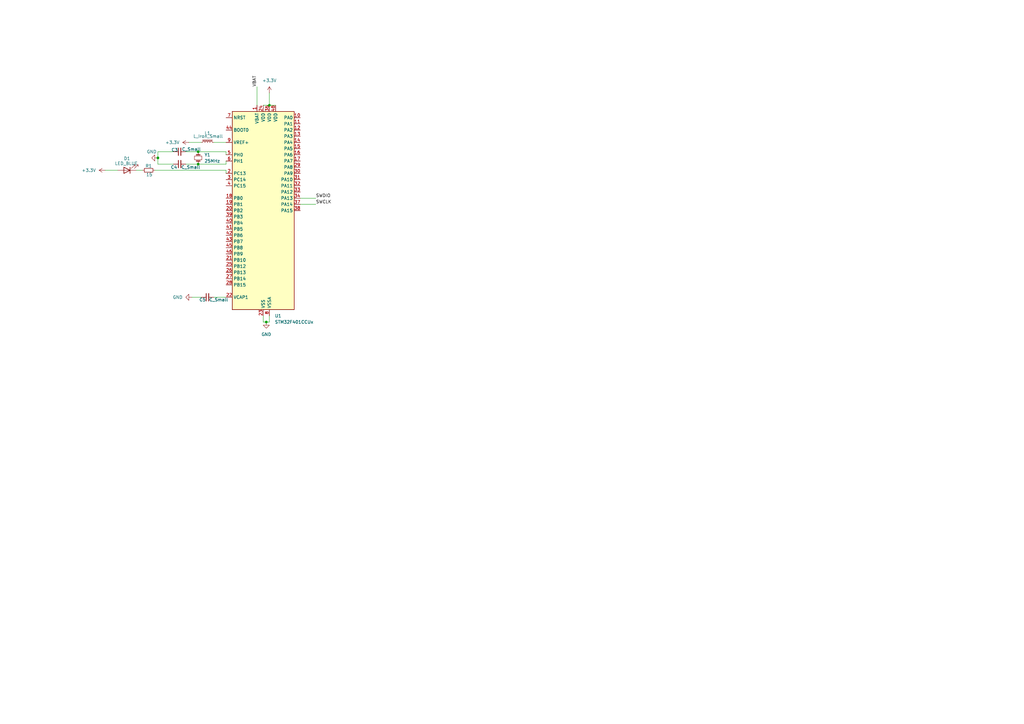
<source format=kicad_sch>
(kicad_sch (version 20250114) (generator "eeschema") (generator_version "9.0")
  (paper "A3")
  (title_block (title "STM32F401CCUx Schem"))
  (lib_symbols
    (symbol "Device:C_Small" (pin_numbers (hide yes)) (pin_names (offset 0.254) (hide yes))
      (property "Reference" "C" (at 0.254 1.778 0))
      (property "Value" "C_Small" (at 0.254 -2.032 0))
      (symbol "C_Small_0_1"
        (polyline (pts (xy -1.524 0.508) (xy 1.524 0.508)) (stroke (width 0.3048)))
        (polyline (pts (xy -1.524 -0.508) (xy 1.524 -0.508)) (stroke (width 0.3302)))
      )
      (symbol "C_Small_1_1"
        (pin passive line (at 0 2.54 270) (length 2.032) (name "~") (number "1"))
        (pin passive line (at 0 -2.54 90) (length 2.032) (name "~") (number "2"))
      )
    )
    (symbol "Device:Crystal_Small" (pin_numbers (hide yes)) (pin_names (offset 1.016) (hide yes))
      (property "Reference" "Y" (at 0 2.54 0))
      (property "Value" "Crystal_Small" (at 0 -2.54 0))
      (symbol "Crystal_Small_0_1"
        (polyline (pts (xy -1.27 -0.762) (xy -1.27 0.762)) (stroke (width 0.381)))
        (rectangle (start -0.762 -1.524) (end 0.762 1.524))
        (polyline (pts (xy 1.27 -0.762) (xy 1.27 0.762)) (stroke (width 0.381)))
      )
      (symbol "Crystal_Small_1_1"
        (pin passive line (at -2.54 0 0) (length 1.27) (name "1") (number "1"))
        (pin passive line (at 2.54 0 180) (length 1.27) (name "2") (number "2"))
      )
    )
    (symbol "Device:LED" (pin_numbers (hide yes)) (pin_names (offset 1.016) (hide yes))
      (property "Reference" "D" (at 0 2.54 0))
      (property "Value" "LED" (at 0 -2.54 0))
      (symbol "LED_0_1"
        (polyline (pts (xy -3.048 -0.762) (xy -4.572 -2.286) (xy -3.81 -2.286) (xy -4.572 -2.286) (xy -4.572 -1.524)))
        (polyline (pts (xy -1.778 -0.762) (xy -3.302 -2.286) (xy -2.54 -2.286) (xy -3.302 -2.286) (xy -3.302 -1.524)))
        (polyline (pts (xy -1.27 0) (xy 1.27 0)))
        (polyline (pts (xy -1.27 -1.27) (xy -1.27 1.27)) (stroke (width 0.254)))
        (polyline (pts (xy 1.27 -1.27) (xy 1.27 1.27) (xy -1.27 0) (xy 1.27 -1.27)) (stroke (width 0.254)))
      )
      (symbol "LED_1_1"
        (pin passive line (at -3.81 0 0) (length 2.54) (name "K") (number "1"))
        (pin passive line (at 3.81 0 180) (length 2.54) (name "A") (number "2"))
      )
    )
    (symbol "Device:L_Iron_Small" (pin_numbers (hide yes)) (pin_names (offset 0.254) (hide yes))
      (property "Reference" "L" (at 1.27 1.016 0))
      (property "Value" "L_Iron_Small" (at 1.27 -1.27 0))
      (symbol "L_Iron_Small_0_1"
        (arc (start 0 2.032) (mid 0.5058 1.524) (end 0 1.016))
        (arc (start 0 1.016) (mid 0.5058 0.508) (end 0 0))
        (arc (start 0 0) (mid 0.5058 -0.508) (end 0 -1.016))
        (arc (start 0 -1.016) (mid 0.5058 -1.524) (end 0 -2.032))
        (polyline (pts (xy 0.762 2.032) (xy 0.762 -2.032)))
        (polyline (pts (xy 1.016 -2.032) (xy 1.016 2.032)))
      )
      (symbol "L_Iron_Small_1_1"
        (pin passive line (at 0 2.54 270) (length 0.508) (name "~") (number "1"))
        (pin passive line (at 0 -2.54 90) (length 0.508) (name "~") (number "2"))
      )
    )
    (symbol "Device:R_Small" (pin_numbers (hide yes)) (pin_names (offset 0.254) (hide yes))
      (property "Reference" "R" (at 0.762 0.508 0))
      (property "Value" "R_Small" (at 0.762 -1.016 0))
      (symbol "R_Small_0_1"
        (rectangle (start -0.762 1.778) (end 0.762 -1.778) (stroke (width 0.2032)))
      )
      (symbol "R_Small_1_1"
        (pin passive line (at 0 2.54 270) (length 0.762) (name "~") (number "1"))
        (pin passive line (at 0 -2.54 90) (length 0.762) (name "~") (number "2"))
      )
    )
    (symbol "MCU_ST_STM32F4:STM32F401CCUx"
      (property "Reference" "U" (at -12.7 41.91 0))
      (property "Value" "STM32F401CCUx" (at 7.62 41.91 0))
      (symbol "STM32F401CCUx_0_1"
        (rectangle (start -12.7 -40.64) (end 12.7 40.64) (stroke (width 0.254)) (fill (type background)))
      )
      (symbol "STM32F401CCUx_1_1"
        (pin input line (at -15.24 38.1 0) (length 2.54) (name "NRST") (number "7"))
        (pin input line (at -15.24 33.02 0) (length 2.54) (name "BOOT0") (number "44"))
        (pin input line (at -15.24 27.94 0) (length 2.54) (name "VREF+") (number "9"))
        (pin bidirectional line (at -15.24 22.86 0) (length 2.54) (name "PH0") (number "5"))
        (pin bidirectional line (at -15.24 20.32 0) (length 2.54) (name "PH1") (number "6"))
        (pin bidirectional line (at -15.24 15.24 0) (length 2.54) (name "PC13") (number "2"))
        (pin bidirectional line (at -15.24 12.7 0) (length 2.54) (name "PC14") (number "3"))
        (pin bidirectional line (at -15.24 10.16 0) (length 2.54) (name "PC15") (number "4"))
        (pin bidirectional line (at -15.24 5.08 0) (length 2.54) (name "PB0") (number "18"))
        (pin bidirectional line (at -15.24 2.54 0) (length 2.54) (name "PB1") (number "19"))
        (pin bidirectional line (at -15.24 0 0) (length 2.54) (name "PB2") (number "20"))
        (pin bidirectional line (at -15.24 -2.54 0) (length 2.54) (name "PB3") (number "39"))
        (pin bidirectional line (at -15.24 -5.08 0) (length 2.54) (name "PB4") (number "40"))
        (pin bidirectional line (at -15.24 -7.62 0) (length 2.54) (name "PB5") (number "41"))
        (pin bidirectional line (at -15.24 -10.16 0) (length 2.54) (name "PB6") (number "42"))
        (pin bidirectional line (at -15.24 -12.7 0) (length 2.54) (name "PB7") (number "43"))
        (pin bidirectional line (at -15.24 -15.24 0) (length 2.54) (name "PB8") (number "45"))
        (pin bidirectional line (at -15.24 -17.78 0) (length 2.54) (name "PB9") (number "46"))
        (pin bidirectional line (at -15.24 -20.32 0) (length 2.54) (name "PB10") (number "21"))
        (pin bidirectional line (at -15.24 -22.86 0) (length 2.54) (name "PB12") (number "25"))
        (pin bidirectional line (at -15.24 -25.4 0) (length 2.54) (name "PB13") (number "26"))
        (pin bidirectional line (at -15.24 -27.94 0) (length 2.54) (name "PB14") (number "27"))
        (pin bidirectional line (at -15.24 -30.48 0) (length 2.54) (name "PB15") (number "28"))
        (pin power_out line (at -15.24 -35.56 0) (length 2.54) (name "VCAP1") (number "22"))
        (pin power_in line (at -2.54 43.18 270) (length 2.54) (name "VBAT") (number "1"))
        (pin power_in line (at 0 43.18 270) (length 2.54) (name "VDD") (number "24"))
        (pin power_in line (at 0 -43.18 90) (length 2.54) (name "VSS") (number "23"))
        (pin passive line (at 0 -43.18 90) (length 2.54) (hide yes) (name "VSS") (number "35"))
        (pin passive line (at 0 -43.18 90) (length 2.54) (hide yes) (name "VSS") (number "47"))
        (pin passive line (at 0 -43.18 90) (length 2.54) (hide yes) (name "VSS") (number "49"))
        (pin power_in line (at 2.54 43.18 270) (length 2.54) (name "VDD") (number "36"))
        (pin power_in line (at 2.54 -43.18 90) (length 2.54) (name "VSSA") (number "8"))
        (pin power_in line (at 5.08 43.18 270) (length 2.54) (name "VDD") (number "48"))
        (pin bidirectional line (at 15.24 38.1 180) (length 2.54) (name "PA0") (number "10"))
        (pin bidirectional line (at 15.24 35.56 180) (length 2.54) (name "PA1") (number "11"))
        (pin bidirectional line (at 15.24 33.02 180) (length 2.54) (name "PA2") (number "12"))
        (pin bidirectional line (at 15.24 30.48 180) (length 2.54) (name "PA3") (number "13"))
        (pin bidirectional line (at 15.24 27.94 180) (length 2.54) (name "PA4") (number "14"))
        (pin bidirectional line (at 15.24 25.4 180) (length 2.54) (name "PA5") (number "15"))
        (pin bidirectional line (at 15.24 22.86 180) (length 2.54) (name "PA6") (number "16"))
        (pin bidirectional line (at 15.24 20.32 180) (length 2.54) (name "PA7") (number "17"))
        (pin bidirectional line (at 15.24 17.78 180) (length 2.54) (name "PA8") (number "29"))
        (pin bidirectional line (at 15.24 15.24 180) (length 2.54) (name "PA9") (number "30"))
        (pin bidirectional line (at 15.24 12.7 180) (length 2.54) (name "PA10") (number "31"))
        (pin bidirectional line (at 15.24 10.16 180) (length 2.54) (name "PA11") (number "32"))
        (pin bidirectional line (at 15.24 7.62 180) (length 2.54) (name "PA12") (number "33"))
        (pin bidirectional line (at 15.24 5.08 180) (length 2.54) (name "PA13") (number "34"))
        (pin bidirectional line (at 15.24 2.54 180) (length 2.54) (name "PA14") (number "37"))
        (pin bidirectional line (at 15.24 0 180) (length 2.54) (name "PA15") (number "38"))
      )
    )
    (symbol "power:+3.3V" (power) (pin_numbers (hide yes)) (pin_names (offset 0) (hide yes))
      (property "Value" "+3.3V" (at 0 3.556 0))
      (symbol "+3.3V_0_1"
        (polyline (pts (xy -0.762 1.27) (xy 0 2.54)))
        (polyline (pts (xy 0 2.54) (xy 0.762 1.27)))
        (polyline (pts (xy 0 0) (xy 0 2.54)))
      )
      (symbol "+3.3V_1_1"
        (pin power_in line (at 0 0 90) (length 0) (name "~") (number "1"))
      )
    )
    (symbol "power:GND" (power) (pin_numbers (hide yes)) (pin_names (offset 0) (hide yes))
      (property "Value" "GND" (at 0 -3.81 0))
      (symbol "GND_0_1"
        (polyline (pts (xy 0 0) (xy 0 -1.27) (xy 1.27 -1.27) (xy 0 -2.54) (xy -1.27 -1.27) (xy 0 -1.27)))
      )
      (symbol "GND_1_1"
        (pin power_in line (at 0 0 270) (length 0) (name "~") (number "1"))
      )
    )
  )
  (junction (at 109.22 132.08))
  (junction (at 110.49 43.18))
  (junction (at 64.77 64.77))
  (junction (at 81.28 62.23))
  (junction (at 81.28 67.31))
  (wire (pts (xy 64.77 67.31) (xy 71.12 67.31)))
  (wire (pts (xy 123.19 83.82) (xy 129.54 83.82)))
  (wire (pts (xy 87.63 121.92) (xy 92.71 121.92)))
  (wire (pts (xy 55.88 69.85) (xy 58.42 69.85)))
  (wire (pts (xy 77.47 58.42) (xy 82.55 58.42)))
  (wire (pts (xy 107.95 132.08) (xy 109.22 132.08)))
  (wire (pts (xy 78.74 121.92) (xy 82.55 121.92)))
  (wire (pts (xy 107.95 129.54) (xy 107.95 132.08)))
  (wire (pts (xy 110.49 38.1) (xy 110.49 43.18)))
  (wire (pts (xy 123.19 81.28) (xy 129.54 81.28)))
  (wire (pts (xy 92.71 69.85) (xy 92.71 71.12)))
  (wire (pts (xy 64.77 64.77) (xy 64.77 67.31)))
  (wire (pts (xy 87.63 58.42) (xy 92.71 58.42)))
  (wire (pts (xy 110.49 132.08) (xy 109.22 132.08)))
  (wire (pts (xy 81.28 67.31) (xy 92.71 67.31)))
  (wire (pts (xy 64.77 64.77) (xy 64.77 62.23)))
  (wire (pts (xy 92.71 67.31) (xy 92.71 66.04)))
  (wire (pts (xy 76.2 67.31) (xy 81.28 67.31)))
  (wire (pts (xy 105.41 35.56) (xy 105.41 43.18)))
  (wire (pts (xy 63.5 69.85) (xy 92.71 69.85)))
  (wire (pts (xy 110.49 43.18) (xy 113.03 43.18)))
  (wire (pts (xy 64.77 62.23) (xy 71.12 62.23)))
  (wire (pts (xy 76.2 62.23) (xy 81.28 62.23)))
  (wire (pts (xy 43.18 69.85) (xy 48.26 69.85)))
  (wire (pts (xy 92.71 62.23) (xy 92.71 63.5)))
  (wire (pts (xy 81.28 62.23) (xy 92.71 62.23)))
  (wire (pts (xy 110.49 43.18) (xy 107.95 43.18)))
  (wire (pts (xy 110.49 129.54) (xy 110.49 132.08)))
  (label "VBAT" (at 105.41 35.56 90))
  (label "SWDIO" (at 129.54 81.28 0))
  (label "SWCLK" (at 129.54 83.82 0))
  (symbol (lib_id "Device:C_Small") (at 85.09 121.92 90) (unit 1)
    (property "Reference" "C5" (at 83.058 122.936 90))
    (property "Value" "C_Small" (at 89.662 122.936 90))
    (property "Footprint" "Capacitor_SMD:C_0201_0603Metric" (effects (hide yes)))
    (property "Description" "Unpolarized capacitor, small symbol" (effects (hide yes)))
  )
  (symbol (lib_id "power:+3.3V") (at 77.47 58.42 90) (unit 1)
    (property "Reference" "#PWR06" (effects (hide yes)))
    (property "Value" "+3.3V" (at 73.66 58.4199 90) (effects (justify left)))
    (property "Description" "Power symbol creates a global label with name \"+3.3V\"" (effects (hide yes)))
  )
  (symbol (lib_id "power:GND") (at 109.22 132.08 0) (unit 1)
    (property "Reference" "#PWR02" (effects (hide yes)))
    (property "Value" "GND" (at 109.22 137.16 0))
    (property "Description" "Power symbol creates a global label with name \"GND\" , ground" (effects (hide yes)))
  )
  (symbol (lib_id "Device:L_Iron_Small") (at 85.09 58.42 90) (unit 1)
    (property "Reference" "L1" (at 85.09 54.61 90))
    (property "Value" "L_Iron_Small" (at 85.344 55.88 90))
    (property "Footprint" "Capacitor_SMD:C_0805_2012Metric_Pad1.18x1.45mm_HandSolder" (effects (hide yes)))
    (property "Description" "Inductor with iron core, small symbol" (effects (hide yes)))
  )
  (symbol (lib_id "MCU_ST_STM32F4:STM32F401CCUx") (at 107.95 86.36 0) (unit 1)
    (property "Reference" "U1" (at 112.6841 129.54 0) (effects (justify left)))
    (property "Value" "STM32F401CCUx" (at 112.6841 132.08 0) (effects (justify left)))
    (property "Footprint" "Package_DFN_QFN:QFN-48-1EP_7x7mm_P0.5mm_EP5.6x5.6mm" (effects (hide yes)))
    (property "Datasheet" "https://www.st.com/resource/en/datasheet/stm32f401cc.pdf" (effects (hide yes)))
    (property "Description" "STMicroelectronics Arm Cortex-M4 MCU, 256KB flash, 64KB RAM, 84 MHz, 1.7-3.6V, 36 GPIO, UFQFPN48" (effects (hide yes)))
  )
  (symbol (lib_id "Device:C_Small") (at 73.66 62.23 90) (unit 1)
    (property "Reference" "C3" (at 71.628 61.468 90))
    (property "Value" "C_Small" (at 78.486 61.214 90))
    (property "Footprint" "Capacitor_SMD:C_0201_0603Metric" (effects (hide yes)))
    (property "Description" "Unpolarized capacitor, small symbol" (effects (hide yes)))
  )
  (symbol (lib_id "power:GND") (at 78.74 121.92 270) (unit 1)
    (property "Reference" "#PWR05" (effects (hide yes)))
    (property "Value" "GND" (at 74.93 121.9199 90) (effects (justify right)))
    (property "Description" "Power symbol creates a global label with name \"GND\" , ground" (effects (hide yes)))
  )
  (symbol (lib_id "Device:LED") (at 52.07 69.85 180) (unit 1)
    (property "Reference" "D1" (at 52.07 65.024 0))
    (property "Value" "LED_BLUE" (at 51.816 67.056 0))
    (property "Footprint" "LED_SMD:LED_1206_3216Metric_Pad1.42x1.75mm_HandSolder" (effects (hide yes)))
    (property "Description" "Light emitting diode" (effects (hide yes)))
  )
  (symbol (lib_id "power:+3.3V") (at 110.49 38.1 0) (unit 1)
    (property "Reference" "#PWR01" (effects (hide yes)))
    (property "Value" "+3.3V" (at 110.49 33.02 0))
    (property "Description" "Power symbol creates a global label with name \"+3.3V\"" (effects (hide yes)))
  )
  (symbol (lib_id "Device:C_Small") (at 73.66 67.31 90) (unit 1)
    (property "Reference" "C4" (at 71.374 68.58 90))
    (property "Value" "C_Small" (at 78.232 68.58 90))
    (property "Footprint" "Capacitor_SMD:C_0201_0603Metric" (effects (hide yes)))
    (property "Description" "Unpolarized capacitor, small symbol" (effects (hide yes)))
  )
  (symbol (lib_id "Device:Crystal_Small") (at 81.28 64.77 90) (unit 1)
    (property "Reference" "Y1" (at 83.82 63.4999 90) (effects (justify right)))
    (property "Value" "25MHz" (at 83.82 66.0399 90) (effects (justify right)))
    (property "Footprint" "Crystal:Crystal_SMD_Abracon_ABM3-2Pin_5.0x3.2mm_HandSoldering" (effects (hide yes)))
    (property "Description" "Two pin crystal, small symbol" (effects (hide yes)))
  )
  (symbol (lib_id "power:GND") (at 64.77 64.77 270) (unit 1)
    (property "Reference" "#PWR03" (effects (hide yes)))
    (property "Value" "GND" (at 64.262 62.23 90) (effects (justify right)))
    (property "Description" "Power symbol creates a global label with name \"GND\" , ground" (effects (hide yes)))
  )
  (symbol (lib_id "Device:R_Small") (at 60.96 69.85 90) (unit 1)
    (property "Reference" "R1" (at 60.96 68.072 90))
    (property "Value" "15" (at 61.214 71.628 90))
    (property "Footprint" "Resistor_SMD:R_0201_0603Metric" (effects (hide yes)))
    (property "Description" "Resistor, small symbol" (effects (hide yes)))
  )
  (symbol (lib_id "power:+3.3V") (at 43.18 69.85 90) (unit 1)
    (property "Reference" "#PWR07" (effects (hide yes)))
    (property "Value" "+3.3V" (at 39.37 69.8499 90) (effects (justify left)))
    (property "Description" "Power symbol creates a global label with name \"+3.3V\"" (effects (hide yes)))
  )
)
</source>
